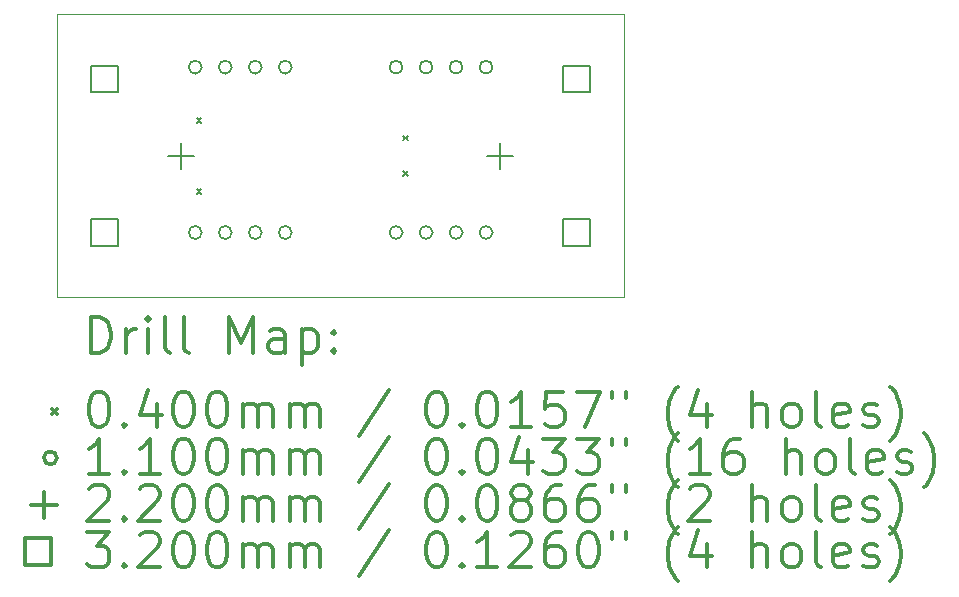
<source format=gbr>
%FSLAX45Y45*%
G04 Gerber Fmt 4.5, Leading zero omitted, Abs format (unit mm)*
G04 Created by KiCad (PCBNEW (5.1.12)-1) date 2022-09-24 14:43:44*
%MOMM*%
%LPD*%
G01*
G04 APERTURE LIST*
%TA.AperFunction,Profile*%
%ADD10C,0.050000*%
%TD*%
%ADD11C,0.200000*%
%ADD12C,0.300000*%
G04 APERTURE END LIST*
D10*
X16450000Y-6950000D02*
X11650000Y-6950000D01*
X16450000Y-9350000D02*
X16450000Y-6950000D01*
X11650000Y-9350000D02*
X16450000Y-9350000D01*
X11650000Y-6950000D02*
X11650000Y-9350000D01*
D11*
X12830000Y-7830000D02*
X12870000Y-7870000D01*
X12870000Y-7830000D02*
X12830000Y-7870000D01*
X12830000Y-8430000D02*
X12870000Y-8470000D01*
X12870000Y-8430000D02*
X12830000Y-8470000D01*
X14580000Y-7980000D02*
X14620000Y-8020000D01*
X14620000Y-7980000D02*
X14580000Y-8020000D01*
X14580000Y-8280000D02*
X14620000Y-8320000D01*
X14620000Y-8280000D02*
X14580000Y-8320000D01*
X12874000Y-7400000D02*
G75*
G03*
X12874000Y-7400000I-55000J0D01*
G01*
X12874000Y-8800000D02*
G75*
G03*
X12874000Y-8800000I-55000J0D01*
G01*
X13128000Y-7400000D02*
G75*
G03*
X13128000Y-7400000I-55000J0D01*
G01*
X13128000Y-8800000D02*
G75*
G03*
X13128000Y-8800000I-55000J0D01*
G01*
X13382000Y-7400000D02*
G75*
G03*
X13382000Y-7400000I-55000J0D01*
G01*
X13382000Y-8800000D02*
G75*
G03*
X13382000Y-8800000I-55000J0D01*
G01*
X13636000Y-7400000D02*
G75*
G03*
X13636000Y-7400000I-55000J0D01*
G01*
X13636000Y-8800000D02*
G75*
G03*
X13636000Y-8800000I-55000J0D01*
G01*
X14574000Y-7400000D02*
G75*
G03*
X14574000Y-7400000I-55000J0D01*
G01*
X14574000Y-8800000D02*
G75*
G03*
X14574000Y-8800000I-55000J0D01*
G01*
X14828000Y-7400000D02*
G75*
G03*
X14828000Y-7400000I-55000J0D01*
G01*
X14828000Y-8800000D02*
G75*
G03*
X14828000Y-8800000I-55000J0D01*
G01*
X15082000Y-7400000D02*
G75*
G03*
X15082000Y-7400000I-55000J0D01*
G01*
X15082000Y-8800000D02*
G75*
G03*
X15082000Y-8800000I-55000J0D01*
G01*
X15336000Y-7400000D02*
G75*
G03*
X15336000Y-7400000I-55000J0D01*
G01*
X15336000Y-8800000D02*
G75*
G03*
X15336000Y-8800000I-55000J0D01*
G01*
X12700000Y-8040000D02*
X12700000Y-8260000D01*
X12590000Y-8150000D02*
X12810000Y-8150000D01*
X15400000Y-8040000D02*
X15400000Y-8260000D01*
X15290000Y-8150000D02*
X15510000Y-8150000D01*
X12163138Y-7613138D02*
X12163138Y-7386862D01*
X11936862Y-7386862D01*
X11936862Y-7613138D01*
X12163138Y-7613138D01*
X12163138Y-8913138D02*
X12163138Y-8686862D01*
X11936862Y-8686862D01*
X11936862Y-8913138D01*
X12163138Y-8913138D01*
X16163138Y-7613138D02*
X16163138Y-7386862D01*
X15936862Y-7386862D01*
X15936862Y-7613138D01*
X16163138Y-7613138D01*
X16163138Y-8913138D02*
X16163138Y-8686862D01*
X15936862Y-8686862D01*
X15936862Y-8913138D01*
X16163138Y-8913138D01*
D12*
X11933928Y-9818214D02*
X11933928Y-9518214D01*
X12005357Y-9518214D01*
X12048214Y-9532500D01*
X12076786Y-9561072D01*
X12091071Y-9589643D01*
X12105357Y-9646786D01*
X12105357Y-9689643D01*
X12091071Y-9746786D01*
X12076786Y-9775357D01*
X12048214Y-9803929D01*
X12005357Y-9818214D01*
X11933928Y-9818214D01*
X12233928Y-9818214D02*
X12233928Y-9618214D01*
X12233928Y-9675357D02*
X12248214Y-9646786D01*
X12262500Y-9632500D01*
X12291071Y-9618214D01*
X12319643Y-9618214D01*
X12419643Y-9818214D02*
X12419643Y-9618214D01*
X12419643Y-9518214D02*
X12405357Y-9532500D01*
X12419643Y-9546786D01*
X12433928Y-9532500D01*
X12419643Y-9518214D01*
X12419643Y-9546786D01*
X12605357Y-9818214D02*
X12576786Y-9803929D01*
X12562500Y-9775357D01*
X12562500Y-9518214D01*
X12762500Y-9818214D02*
X12733928Y-9803929D01*
X12719643Y-9775357D01*
X12719643Y-9518214D01*
X13105357Y-9818214D02*
X13105357Y-9518214D01*
X13205357Y-9732500D01*
X13305357Y-9518214D01*
X13305357Y-9818214D01*
X13576786Y-9818214D02*
X13576786Y-9661072D01*
X13562500Y-9632500D01*
X13533928Y-9618214D01*
X13476786Y-9618214D01*
X13448214Y-9632500D01*
X13576786Y-9803929D02*
X13548214Y-9818214D01*
X13476786Y-9818214D01*
X13448214Y-9803929D01*
X13433928Y-9775357D01*
X13433928Y-9746786D01*
X13448214Y-9718214D01*
X13476786Y-9703929D01*
X13548214Y-9703929D01*
X13576786Y-9689643D01*
X13719643Y-9618214D02*
X13719643Y-9918214D01*
X13719643Y-9632500D02*
X13748214Y-9618214D01*
X13805357Y-9618214D01*
X13833928Y-9632500D01*
X13848214Y-9646786D01*
X13862500Y-9675357D01*
X13862500Y-9761072D01*
X13848214Y-9789643D01*
X13833928Y-9803929D01*
X13805357Y-9818214D01*
X13748214Y-9818214D01*
X13719643Y-9803929D01*
X13991071Y-9789643D02*
X14005357Y-9803929D01*
X13991071Y-9818214D01*
X13976786Y-9803929D01*
X13991071Y-9789643D01*
X13991071Y-9818214D01*
X13991071Y-9632500D02*
X14005357Y-9646786D01*
X13991071Y-9661072D01*
X13976786Y-9646786D01*
X13991071Y-9632500D01*
X13991071Y-9661072D01*
X11607500Y-10292500D02*
X11647500Y-10332500D01*
X11647500Y-10292500D02*
X11607500Y-10332500D01*
X11991071Y-10148214D02*
X12019643Y-10148214D01*
X12048214Y-10162500D01*
X12062500Y-10176786D01*
X12076786Y-10205357D01*
X12091071Y-10262500D01*
X12091071Y-10333929D01*
X12076786Y-10391072D01*
X12062500Y-10419643D01*
X12048214Y-10433929D01*
X12019643Y-10448214D01*
X11991071Y-10448214D01*
X11962500Y-10433929D01*
X11948214Y-10419643D01*
X11933928Y-10391072D01*
X11919643Y-10333929D01*
X11919643Y-10262500D01*
X11933928Y-10205357D01*
X11948214Y-10176786D01*
X11962500Y-10162500D01*
X11991071Y-10148214D01*
X12219643Y-10419643D02*
X12233928Y-10433929D01*
X12219643Y-10448214D01*
X12205357Y-10433929D01*
X12219643Y-10419643D01*
X12219643Y-10448214D01*
X12491071Y-10248214D02*
X12491071Y-10448214D01*
X12419643Y-10133929D02*
X12348214Y-10348214D01*
X12533928Y-10348214D01*
X12705357Y-10148214D02*
X12733928Y-10148214D01*
X12762500Y-10162500D01*
X12776786Y-10176786D01*
X12791071Y-10205357D01*
X12805357Y-10262500D01*
X12805357Y-10333929D01*
X12791071Y-10391072D01*
X12776786Y-10419643D01*
X12762500Y-10433929D01*
X12733928Y-10448214D01*
X12705357Y-10448214D01*
X12676786Y-10433929D01*
X12662500Y-10419643D01*
X12648214Y-10391072D01*
X12633928Y-10333929D01*
X12633928Y-10262500D01*
X12648214Y-10205357D01*
X12662500Y-10176786D01*
X12676786Y-10162500D01*
X12705357Y-10148214D01*
X12991071Y-10148214D02*
X13019643Y-10148214D01*
X13048214Y-10162500D01*
X13062500Y-10176786D01*
X13076786Y-10205357D01*
X13091071Y-10262500D01*
X13091071Y-10333929D01*
X13076786Y-10391072D01*
X13062500Y-10419643D01*
X13048214Y-10433929D01*
X13019643Y-10448214D01*
X12991071Y-10448214D01*
X12962500Y-10433929D01*
X12948214Y-10419643D01*
X12933928Y-10391072D01*
X12919643Y-10333929D01*
X12919643Y-10262500D01*
X12933928Y-10205357D01*
X12948214Y-10176786D01*
X12962500Y-10162500D01*
X12991071Y-10148214D01*
X13219643Y-10448214D02*
X13219643Y-10248214D01*
X13219643Y-10276786D02*
X13233928Y-10262500D01*
X13262500Y-10248214D01*
X13305357Y-10248214D01*
X13333928Y-10262500D01*
X13348214Y-10291072D01*
X13348214Y-10448214D01*
X13348214Y-10291072D02*
X13362500Y-10262500D01*
X13391071Y-10248214D01*
X13433928Y-10248214D01*
X13462500Y-10262500D01*
X13476786Y-10291072D01*
X13476786Y-10448214D01*
X13619643Y-10448214D02*
X13619643Y-10248214D01*
X13619643Y-10276786D02*
X13633928Y-10262500D01*
X13662500Y-10248214D01*
X13705357Y-10248214D01*
X13733928Y-10262500D01*
X13748214Y-10291072D01*
X13748214Y-10448214D01*
X13748214Y-10291072D02*
X13762500Y-10262500D01*
X13791071Y-10248214D01*
X13833928Y-10248214D01*
X13862500Y-10262500D01*
X13876786Y-10291072D01*
X13876786Y-10448214D01*
X14462500Y-10133929D02*
X14205357Y-10519643D01*
X14848214Y-10148214D02*
X14876786Y-10148214D01*
X14905357Y-10162500D01*
X14919643Y-10176786D01*
X14933928Y-10205357D01*
X14948214Y-10262500D01*
X14948214Y-10333929D01*
X14933928Y-10391072D01*
X14919643Y-10419643D01*
X14905357Y-10433929D01*
X14876786Y-10448214D01*
X14848214Y-10448214D01*
X14819643Y-10433929D01*
X14805357Y-10419643D01*
X14791071Y-10391072D01*
X14776786Y-10333929D01*
X14776786Y-10262500D01*
X14791071Y-10205357D01*
X14805357Y-10176786D01*
X14819643Y-10162500D01*
X14848214Y-10148214D01*
X15076786Y-10419643D02*
X15091071Y-10433929D01*
X15076786Y-10448214D01*
X15062500Y-10433929D01*
X15076786Y-10419643D01*
X15076786Y-10448214D01*
X15276786Y-10148214D02*
X15305357Y-10148214D01*
X15333928Y-10162500D01*
X15348214Y-10176786D01*
X15362500Y-10205357D01*
X15376786Y-10262500D01*
X15376786Y-10333929D01*
X15362500Y-10391072D01*
X15348214Y-10419643D01*
X15333928Y-10433929D01*
X15305357Y-10448214D01*
X15276786Y-10448214D01*
X15248214Y-10433929D01*
X15233928Y-10419643D01*
X15219643Y-10391072D01*
X15205357Y-10333929D01*
X15205357Y-10262500D01*
X15219643Y-10205357D01*
X15233928Y-10176786D01*
X15248214Y-10162500D01*
X15276786Y-10148214D01*
X15662500Y-10448214D02*
X15491071Y-10448214D01*
X15576786Y-10448214D02*
X15576786Y-10148214D01*
X15548214Y-10191072D01*
X15519643Y-10219643D01*
X15491071Y-10233929D01*
X15933928Y-10148214D02*
X15791071Y-10148214D01*
X15776786Y-10291072D01*
X15791071Y-10276786D01*
X15819643Y-10262500D01*
X15891071Y-10262500D01*
X15919643Y-10276786D01*
X15933928Y-10291072D01*
X15948214Y-10319643D01*
X15948214Y-10391072D01*
X15933928Y-10419643D01*
X15919643Y-10433929D01*
X15891071Y-10448214D01*
X15819643Y-10448214D01*
X15791071Y-10433929D01*
X15776786Y-10419643D01*
X16048214Y-10148214D02*
X16248214Y-10148214D01*
X16119643Y-10448214D01*
X16348214Y-10148214D02*
X16348214Y-10205357D01*
X16462500Y-10148214D02*
X16462500Y-10205357D01*
X16905357Y-10562500D02*
X16891071Y-10548214D01*
X16862500Y-10505357D01*
X16848214Y-10476786D01*
X16833928Y-10433929D01*
X16819643Y-10362500D01*
X16819643Y-10305357D01*
X16833928Y-10233929D01*
X16848214Y-10191072D01*
X16862500Y-10162500D01*
X16891071Y-10119643D01*
X16905357Y-10105357D01*
X17148214Y-10248214D02*
X17148214Y-10448214D01*
X17076786Y-10133929D02*
X17005357Y-10348214D01*
X17191071Y-10348214D01*
X17533928Y-10448214D02*
X17533928Y-10148214D01*
X17662500Y-10448214D02*
X17662500Y-10291072D01*
X17648214Y-10262500D01*
X17619643Y-10248214D01*
X17576786Y-10248214D01*
X17548214Y-10262500D01*
X17533928Y-10276786D01*
X17848214Y-10448214D02*
X17819643Y-10433929D01*
X17805357Y-10419643D01*
X17791071Y-10391072D01*
X17791071Y-10305357D01*
X17805357Y-10276786D01*
X17819643Y-10262500D01*
X17848214Y-10248214D01*
X17891071Y-10248214D01*
X17919643Y-10262500D01*
X17933928Y-10276786D01*
X17948214Y-10305357D01*
X17948214Y-10391072D01*
X17933928Y-10419643D01*
X17919643Y-10433929D01*
X17891071Y-10448214D01*
X17848214Y-10448214D01*
X18119643Y-10448214D02*
X18091071Y-10433929D01*
X18076786Y-10405357D01*
X18076786Y-10148214D01*
X18348214Y-10433929D02*
X18319643Y-10448214D01*
X18262500Y-10448214D01*
X18233928Y-10433929D01*
X18219643Y-10405357D01*
X18219643Y-10291072D01*
X18233928Y-10262500D01*
X18262500Y-10248214D01*
X18319643Y-10248214D01*
X18348214Y-10262500D01*
X18362500Y-10291072D01*
X18362500Y-10319643D01*
X18219643Y-10348214D01*
X18476786Y-10433929D02*
X18505357Y-10448214D01*
X18562500Y-10448214D01*
X18591071Y-10433929D01*
X18605357Y-10405357D01*
X18605357Y-10391072D01*
X18591071Y-10362500D01*
X18562500Y-10348214D01*
X18519643Y-10348214D01*
X18491071Y-10333929D01*
X18476786Y-10305357D01*
X18476786Y-10291072D01*
X18491071Y-10262500D01*
X18519643Y-10248214D01*
X18562500Y-10248214D01*
X18591071Y-10262500D01*
X18705357Y-10562500D02*
X18719643Y-10548214D01*
X18748214Y-10505357D01*
X18762500Y-10476786D01*
X18776786Y-10433929D01*
X18791071Y-10362500D01*
X18791071Y-10305357D01*
X18776786Y-10233929D01*
X18762500Y-10191072D01*
X18748214Y-10162500D01*
X18719643Y-10119643D01*
X18705357Y-10105357D01*
X11647500Y-10708500D02*
G75*
G03*
X11647500Y-10708500I-55000J0D01*
G01*
X12091071Y-10844214D02*
X11919643Y-10844214D01*
X12005357Y-10844214D02*
X12005357Y-10544214D01*
X11976786Y-10587072D01*
X11948214Y-10615643D01*
X11919643Y-10629929D01*
X12219643Y-10815643D02*
X12233928Y-10829929D01*
X12219643Y-10844214D01*
X12205357Y-10829929D01*
X12219643Y-10815643D01*
X12219643Y-10844214D01*
X12519643Y-10844214D02*
X12348214Y-10844214D01*
X12433928Y-10844214D02*
X12433928Y-10544214D01*
X12405357Y-10587072D01*
X12376786Y-10615643D01*
X12348214Y-10629929D01*
X12705357Y-10544214D02*
X12733928Y-10544214D01*
X12762500Y-10558500D01*
X12776786Y-10572786D01*
X12791071Y-10601357D01*
X12805357Y-10658500D01*
X12805357Y-10729929D01*
X12791071Y-10787072D01*
X12776786Y-10815643D01*
X12762500Y-10829929D01*
X12733928Y-10844214D01*
X12705357Y-10844214D01*
X12676786Y-10829929D01*
X12662500Y-10815643D01*
X12648214Y-10787072D01*
X12633928Y-10729929D01*
X12633928Y-10658500D01*
X12648214Y-10601357D01*
X12662500Y-10572786D01*
X12676786Y-10558500D01*
X12705357Y-10544214D01*
X12991071Y-10544214D02*
X13019643Y-10544214D01*
X13048214Y-10558500D01*
X13062500Y-10572786D01*
X13076786Y-10601357D01*
X13091071Y-10658500D01*
X13091071Y-10729929D01*
X13076786Y-10787072D01*
X13062500Y-10815643D01*
X13048214Y-10829929D01*
X13019643Y-10844214D01*
X12991071Y-10844214D01*
X12962500Y-10829929D01*
X12948214Y-10815643D01*
X12933928Y-10787072D01*
X12919643Y-10729929D01*
X12919643Y-10658500D01*
X12933928Y-10601357D01*
X12948214Y-10572786D01*
X12962500Y-10558500D01*
X12991071Y-10544214D01*
X13219643Y-10844214D02*
X13219643Y-10644214D01*
X13219643Y-10672786D02*
X13233928Y-10658500D01*
X13262500Y-10644214D01*
X13305357Y-10644214D01*
X13333928Y-10658500D01*
X13348214Y-10687072D01*
X13348214Y-10844214D01*
X13348214Y-10687072D02*
X13362500Y-10658500D01*
X13391071Y-10644214D01*
X13433928Y-10644214D01*
X13462500Y-10658500D01*
X13476786Y-10687072D01*
X13476786Y-10844214D01*
X13619643Y-10844214D02*
X13619643Y-10644214D01*
X13619643Y-10672786D02*
X13633928Y-10658500D01*
X13662500Y-10644214D01*
X13705357Y-10644214D01*
X13733928Y-10658500D01*
X13748214Y-10687072D01*
X13748214Y-10844214D01*
X13748214Y-10687072D02*
X13762500Y-10658500D01*
X13791071Y-10644214D01*
X13833928Y-10644214D01*
X13862500Y-10658500D01*
X13876786Y-10687072D01*
X13876786Y-10844214D01*
X14462500Y-10529929D02*
X14205357Y-10915643D01*
X14848214Y-10544214D02*
X14876786Y-10544214D01*
X14905357Y-10558500D01*
X14919643Y-10572786D01*
X14933928Y-10601357D01*
X14948214Y-10658500D01*
X14948214Y-10729929D01*
X14933928Y-10787072D01*
X14919643Y-10815643D01*
X14905357Y-10829929D01*
X14876786Y-10844214D01*
X14848214Y-10844214D01*
X14819643Y-10829929D01*
X14805357Y-10815643D01*
X14791071Y-10787072D01*
X14776786Y-10729929D01*
X14776786Y-10658500D01*
X14791071Y-10601357D01*
X14805357Y-10572786D01*
X14819643Y-10558500D01*
X14848214Y-10544214D01*
X15076786Y-10815643D02*
X15091071Y-10829929D01*
X15076786Y-10844214D01*
X15062500Y-10829929D01*
X15076786Y-10815643D01*
X15076786Y-10844214D01*
X15276786Y-10544214D02*
X15305357Y-10544214D01*
X15333928Y-10558500D01*
X15348214Y-10572786D01*
X15362500Y-10601357D01*
X15376786Y-10658500D01*
X15376786Y-10729929D01*
X15362500Y-10787072D01*
X15348214Y-10815643D01*
X15333928Y-10829929D01*
X15305357Y-10844214D01*
X15276786Y-10844214D01*
X15248214Y-10829929D01*
X15233928Y-10815643D01*
X15219643Y-10787072D01*
X15205357Y-10729929D01*
X15205357Y-10658500D01*
X15219643Y-10601357D01*
X15233928Y-10572786D01*
X15248214Y-10558500D01*
X15276786Y-10544214D01*
X15633928Y-10644214D02*
X15633928Y-10844214D01*
X15562500Y-10529929D02*
X15491071Y-10744214D01*
X15676786Y-10744214D01*
X15762500Y-10544214D02*
X15948214Y-10544214D01*
X15848214Y-10658500D01*
X15891071Y-10658500D01*
X15919643Y-10672786D01*
X15933928Y-10687072D01*
X15948214Y-10715643D01*
X15948214Y-10787072D01*
X15933928Y-10815643D01*
X15919643Y-10829929D01*
X15891071Y-10844214D01*
X15805357Y-10844214D01*
X15776786Y-10829929D01*
X15762500Y-10815643D01*
X16048214Y-10544214D02*
X16233928Y-10544214D01*
X16133928Y-10658500D01*
X16176786Y-10658500D01*
X16205357Y-10672786D01*
X16219643Y-10687072D01*
X16233928Y-10715643D01*
X16233928Y-10787072D01*
X16219643Y-10815643D01*
X16205357Y-10829929D01*
X16176786Y-10844214D01*
X16091071Y-10844214D01*
X16062500Y-10829929D01*
X16048214Y-10815643D01*
X16348214Y-10544214D02*
X16348214Y-10601357D01*
X16462500Y-10544214D02*
X16462500Y-10601357D01*
X16905357Y-10958500D02*
X16891071Y-10944214D01*
X16862500Y-10901357D01*
X16848214Y-10872786D01*
X16833928Y-10829929D01*
X16819643Y-10758500D01*
X16819643Y-10701357D01*
X16833928Y-10629929D01*
X16848214Y-10587072D01*
X16862500Y-10558500D01*
X16891071Y-10515643D01*
X16905357Y-10501357D01*
X17176786Y-10844214D02*
X17005357Y-10844214D01*
X17091071Y-10844214D02*
X17091071Y-10544214D01*
X17062500Y-10587072D01*
X17033928Y-10615643D01*
X17005357Y-10629929D01*
X17433928Y-10544214D02*
X17376786Y-10544214D01*
X17348214Y-10558500D01*
X17333928Y-10572786D01*
X17305357Y-10615643D01*
X17291071Y-10672786D01*
X17291071Y-10787072D01*
X17305357Y-10815643D01*
X17319643Y-10829929D01*
X17348214Y-10844214D01*
X17405357Y-10844214D01*
X17433928Y-10829929D01*
X17448214Y-10815643D01*
X17462500Y-10787072D01*
X17462500Y-10715643D01*
X17448214Y-10687072D01*
X17433928Y-10672786D01*
X17405357Y-10658500D01*
X17348214Y-10658500D01*
X17319643Y-10672786D01*
X17305357Y-10687072D01*
X17291071Y-10715643D01*
X17819643Y-10844214D02*
X17819643Y-10544214D01*
X17948214Y-10844214D02*
X17948214Y-10687072D01*
X17933928Y-10658500D01*
X17905357Y-10644214D01*
X17862500Y-10644214D01*
X17833928Y-10658500D01*
X17819643Y-10672786D01*
X18133928Y-10844214D02*
X18105357Y-10829929D01*
X18091071Y-10815643D01*
X18076786Y-10787072D01*
X18076786Y-10701357D01*
X18091071Y-10672786D01*
X18105357Y-10658500D01*
X18133928Y-10644214D01*
X18176786Y-10644214D01*
X18205357Y-10658500D01*
X18219643Y-10672786D01*
X18233928Y-10701357D01*
X18233928Y-10787072D01*
X18219643Y-10815643D01*
X18205357Y-10829929D01*
X18176786Y-10844214D01*
X18133928Y-10844214D01*
X18405357Y-10844214D02*
X18376786Y-10829929D01*
X18362500Y-10801357D01*
X18362500Y-10544214D01*
X18633928Y-10829929D02*
X18605357Y-10844214D01*
X18548214Y-10844214D01*
X18519643Y-10829929D01*
X18505357Y-10801357D01*
X18505357Y-10687072D01*
X18519643Y-10658500D01*
X18548214Y-10644214D01*
X18605357Y-10644214D01*
X18633928Y-10658500D01*
X18648214Y-10687072D01*
X18648214Y-10715643D01*
X18505357Y-10744214D01*
X18762500Y-10829929D02*
X18791071Y-10844214D01*
X18848214Y-10844214D01*
X18876786Y-10829929D01*
X18891071Y-10801357D01*
X18891071Y-10787072D01*
X18876786Y-10758500D01*
X18848214Y-10744214D01*
X18805357Y-10744214D01*
X18776786Y-10729929D01*
X18762500Y-10701357D01*
X18762500Y-10687072D01*
X18776786Y-10658500D01*
X18805357Y-10644214D01*
X18848214Y-10644214D01*
X18876786Y-10658500D01*
X18991071Y-10958500D02*
X19005357Y-10944214D01*
X19033928Y-10901357D01*
X19048214Y-10872786D01*
X19062500Y-10829929D01*
X19076786Y-10758500D01*
X19076786Y-10701357D01*
X19062500Y-10629929D01*
X19048214Y-10587072D01*
X19033928Y-10558500D01*
X19005357Y-10515643D01*
X18991071Y-10501357D01*
X11537500Y-10994500D02*
X11537500Y-11214500D01*
X11427500Y-11104500D02*
X11647500Y-11104500D01*
X11919643Y-10968786D02*
X11933928Y-10954500D01*
X11962500Y-10940214D01*
X12033928Y-10940214D01*
X12062500Y-10954500D01*
X12076786Y-10968786D01*
X12091071Y-10997357D01*
X12091071Y-11025929D01*
X12076786Y-11068786D01*
X11905357Y-11240214D01*
X12091071Y-11240214D01*
X12219643Y-11211643D02*
X12233928Y-11225929D01*
X12219643Y-11240214D01*
X12205357Y-11225929D01*
X12219643Y-11211643D01*
X12219643Y-11240214D01*
X12348214Y-10968786D02*
X12362500Y-10954500D01*
X12391071Y-10940214D01*
X12462500Y-10940214D01*
X12491071Y-10954500D01*
X12505357Y-10968786D01*
X12519643Y-10997357D01*
X12519643Y-11025929D01*
X12505357Y-11068786D01*
X12333928Y-11240214D01*
X12519643Y-11240214D01*
X12705357Y-10940214D02*
X12733928Y-10940214D01*
X12762500Y-10954500D01*
X12776786Y-10968786D01*
X12791071Y-10997357D01*
X12805357Y-11054500D01*
X12805357Y-11125929D01*
X12791071Y-11183072D01*
X12776786Y-11211643D01*
X12762500Y-11225929D01*
X12733928Y-11240214D01*
X12705357Y-11240214D01*
X12676786Y-11225929D01*
X12662500Y-11211643D01*
X12648214Y-11183072D01*
X12633928Y-11125929D01*
X12633928Y-11054500D01*
X12648214Y-10997357D01*
X12662500Y-10968786D01*
X12676786Y-10954500D01*
X12705357Y-10940214D01*
X12991071Y-10940214D02*
X13019643Y-10940214D01*
X13048214Y-10954500D01*
X13062500Y-10968786D01*
X13076786Y-10997357D01*
X13091071Y-11054500D01*
X13091071Y-11125929D01*
X13076786Y-11183072D01*
X13062500Y-11211643D01*
X13048214Y-11225929D01*
X13019643Y-11240214D01*
X12991071Y-11240214D01*
X12962500Y-11225929D01*
X12948214Y-11211643D01*
X12933928Y-11183072D01*
X12919643Y-11125929D01*
X12919643Y-11054500D01*
X12933928Y-10997357D01*
X12948214Y-10968786D01*
X12962500Y-10954500D01*
X12991071Y-10940214D01*
X13219643Y-11240214D02*
X13219643Y-11040214D01*
X13219643Y-11068786D02*
X13233928Y-11054500D01*
X13262500Y-11040214D01*
X13305357Y-11040214D01*
X13333928Y-11054500D01*
X13348214Y-11083072D01*
X13348214Y-11240214D01*
X13348214Y-11083072D02*
X13362500Y-11054500D01*
X13391071Y-11040214D01*
X13433928Y-11040214D01*
X13462500Y-11054500D01*
X13476786Y-11083072D01*
X13476786Y-11240214D01*
X13619643Y-11240214D02*
X13619643Y-11040214D01*
X13619643Y-11068786D02*
X13633928Y-11054500D01*
X13662500Y-11040214D01*
X13705357Y-11040214D01*
X13733928Y-11054500D01*
X13748214Y-11083072D01*
X13748214Y-11240214D01*
X13748214Y-11083072D02*
X13762500Y-11054500D01*
X13791071Y-11040214D01*
X13833928Y-11040214D01*
X13862500Y-11054500D01*
X13876786Y-11083072D01*
X13876786Y-11240214D01*
X14462500Y-10925929D02*
X14205357Y-11311643D01*
X14848214Y-10940214D02*
X14876786Y-10940214D01*
X14905357Y-10954500D01*
X14919643Y-10968786D01*
X14933928Y-10997357D01*
X14948214Y-11054500D01*
X14948214Y-11125929D01*
X14933928Y-11183072D01*
X14919643Y-11211643D01*
X14905357Y-11225929D01*
X14876786Y-11240214D01*
X14848214Y-11240214D01*
X14819643Y-11225929D01*
X14805357Y-11211643D01*
X14791071Y-11183072D01*
X14776786Y-11125929D01*
X14776786Y-11054500D01*
X14791071Y-10997357D01*
X14805357Y-10968786D01*
X14819643Y-10954500D01*
X14848214Y-10940214D01*
X15076786Y-11211643D02*
X15091071Y-11225929D01*
X15076786Y-11240214D01*
X15062500Y-11225929D01*
X15076786Y-11211643D01*
X15076786Y-11240214D01*
X15276786Y-10940214D02*
X15305357Y-10940214D01*
X15333928Y-10954500D01*
X15348214Y-10968786D01*
X15362500Y-10997357D01*
X15376786Y-11054500D01*
X15376786Y-11125929D01*
X15362500Y-11183072D01*
X15348214Y-11211643D01*
X15333928Y-11225929D01*
X15305357Y-11240214D01*
X15276786Y-11240214D01*
X15248214Y-11225929D01*
X15233928Y-11211643D01*
X15219643Y-11183072D01*
X15205357Y-11125929D01*
X15205357Y-11054500D01*
X15219643Y-10997357D01*
X15233928Y-10968786D01*
X15248214Y-10954500D01*
X15276786Y-10940214D01*
X15548214Y-11068786D02*
X15519643Y-11054500D01*
X15505357Y-11040214D01*
X15491071Y-11011643D01*
X15491071Y-10997357D01*
X15505357Y-10968786D01*
X15519643Y-10954500D01*
X15548214Y-10940214D01*
X15605357Y-10940214D01*
X15633928Y-10954500D01*
X15648214Y-10968786D01*
X15662500Y-10997357D01*
X15662500Y-11011643D01*
X15648214Y-11040214D01*
X15633928Y-11054500D01*
X15605357Y-11068786D01*
X15548214Y-11068786D01*
X15519643Y-11083072D01*
X15505357Y-11097357D01*
X15491071Y-11125929D01*
X15491071Y-11183072D01*
X15505357Y-11211643D01*
X15519643Y-11225929D01*
X15548214Y-11240214D01*
X15605357Y-11240214D01*
X15633928Y-11225929D01*
X15648214Y-11211643D01*
X15662500Y-11183072D01*
X15662500Y-11125929D01*
X15648214Y-11097357D01*
X15633928Y-11083072D01*
X15605357Y-11068786D01*
X15919643Y-10940214D02*
X15862500Y-10940214D01*
X15833928Y-10954500D01*
X15819643Y-10968786D01*
X15791071Y-11011643D01*
X15776786Y-11068786D01*
X15776786Y-11183072D01*
X15791071Y-11211643D01*
X15805357Y-11225929D01*
X15833928Y-11240214D01*
X15891071Y-11240214D01*
X15919643Y-11225929D01*
X15933928Y-11211643D01*
X15948214Y-11183072D01*
X15948214Y-11111643D01*
X15933928Y-11083072D01*
X15919643Y-11068786D01*
X15891071Y-11054500D01*
X15833928Y-11054500D01*
X15805357Y-11068786D01*
X15791071Y-11083072D01*
X15776786Y-11111643D01*
X16205357Y-10940214D02*
X16148214Y-10940214D01*
X16119643Y-10954500D01*
X16105357Y-10968786D01*
X16076786Y-11011643D01*
X16062500Y-11068786D01*
X16062500Y-11183072D01*
X16076786Y-11211643D01*
X16091071Y-11225929D01*
X16119643Y-11240214D01*
X16176786Y-11240214D01*
X16205357Y-11225929D01*
X16219643Y-11211643D01*
X16233928Y-11183072D01*
X16233928Y-11111643D01*
X16219643Y-11083072D01*
X16205357Y-11068786D01*
X16176786Y-11054500D01*
X16119643Y-11054500D01*
X16091071Y-11068786D01*
X16076786Y-11083072D01*
X16062500Y-11111643D01*
X16348214Y-10940214D02*
X16348214Y-10997357D01*
X16462500Y-10940214D02*
X16462500Y-10997357D01*
X16905357Y-11354500D02*
X16891071Y-11340214D01*
X16862500Y-11297357D01*
X16848214Y-11268786D01*
X16833928Y-11225929D01*
X16819643Y-11154500D01*
X16819643Y-11097357D01*
X16833928Y-11025929D01*
X16848214Y-10983072D01*
X16862500Y-10954500D01*
X16891071Y-10911643D01*
X16905357Y-10897357D01*
X17005357Y-10968786D02*
X17019643Y-10954500D01*
X17048214Y-10940214D01*
X17119643Y-10940214D01*
X17148214Y-10954500D01*
X17162500Y-10968786D01*
X17176786Y-10997357D01*
X17176786Y-11025929D01*
X17162500Y-11068786D01*
X16991071Y-11240214D01*
X17176786Y-11240214D01*
X17533928Y-11240214D02*
X17533928Y-10940214D01*
X17662500Y-11240214D02*
X17662500Y-11083072D01*
X17648214Y-11054500D01*
X17619643Y-11040214D01*
X17576786Y-11040214D01*
X17548214Y-11054500D01*
X17533928Y-11068786D01*
X17848214Y-11240214D02*
X17819643Y-11225929D01*
X17805357Y-11211643D01*
X17791071Y-11183072D01*
X17791071Y-11097357D01*
X17805357Y-11068786D01*
X17819643Y-11054500D01*
X17848214Y-11040214D01*
X17891071Y-11040214D01*
X17919643Y-11054500D01*
X17933928Y-11068786D01*
X17948214Y-11097357D01*
X17948214Y-11183072D01*
X17933928Y-11211643D01*
X17919643Y-11225929D01*
X17891071Y-11240214D01*
X17848214Y-11240214D01*
X18119643Y-11240214D02*
X18091071Y-11225929D01*
X18076786Y-11197357D01*
X18076786Y-10940214D01*
X18348214Y-11225929D02*
X18319643Y-11240214D01*
X18262500Y-11240214D01*
X18233928Y-11225929D01*
X18219643Y-11197357D01*
X18219643Y-11083072D01*
X18233928Y-11054500D01*
X18262500Y-11040214D01*
X18319643Y-11040214D01*
X18348214Y-11054500D01*
X18362500Y-11083072D01*
X18362500Y-11111643D01*
X18219643Y-11140214D01*
X18476786Y-11225929D02*
X18505357Y-11240214D01*
X18562500Y-11240214D01*
X18591071Y-11225929D01*
X18605357Y-11197357D01*
X18605357Y-11183072D01*
X18591071Y-11154500D01*
X18562500Y-11140214D01*
X18519643Y-11140214D01*
X18491071Y-11125929D01*
X18476786Y-11097357D01*
X18476786Y-11083072D01*
X18491071Y-11054500D01*
X18519643Y-11040214D01*
X18562500Y-11040214D01*
X18591071Y-11054500D01*
X18705357Y-11354500D02*
X18719643Y-11340214D01*
X18748214Y-11297357D01*
X18762500Y-11268786D01*
X18776786Y-11225929D01*
X18791071Y-11154500D01*
X18791071Y-11097357D01*
X18776786Y-11025929D01*
X18762500Y-10983072D01*
X18748214Y-10954500D01*
X18719643Y-10911643D01*
X18705357Y-10897357D01*
X11600638Y-11613638D02*
X11600638Y-11387362D01*
X11374362Y-11387362D01*
X11374362Y-11613638D01*
X11600638Y-11613638D01*
X11905357Y-11336214D02*
X12091071Y-11336214D01*
X11991071Y-11450500D01*
X12033928Y-11450500D01*
X12062500Y-11464786D01*
X12076786Y-11479071D01*
X12091071Y-11507643D01*
X12091071Y-11579071D01*
X12076786Y-11607643D01*
X12062500Y-11621929D01*
X12033928Y-11636214D01*
X11948214Y-11636214D01*
X11919643Y-11621929D01*
X11905357Y-11607643D01*
X12219643Y-11607643D02*
X12233928Y-11621929D01*
X12219643Y-11636214D01*
X12205357Y-11621929D01*
X12219643Y-11607643D01*
X12219643Y-11636214D01*
X12348214Y-11364786D02*
X12362500Y-11350500D01*
X12391071Y-11336214D01*
X12462500Y-11336214D01*
X12491071Y-11350500D01*
X12505357Y-11364786D01*
X12519643Y-11393357D01*
X12519643Y-11421929D01*
X12505357Y-11464786D01*
X12333928Y-11636214D01*
X12519643Y-11636214D01*
X12705357Y-11336214D02*
X12733928Y-11336214D01*
X12762500Y-11350500D01*
X12776786Y-11364786D01*
X12791071Y-11393357D01*
X12805357Y-11450500D01*
X12805357Y-11521929D01*
X12791071Y-11579071D01*
X12776786Y-11607643D01*
X12762500Y-11621929D01*
X12733928Y-11636214D01*
X12705357Y-11636214D01*
X12676786Y-11621929D01*
X12662500Y-11607643D01*
X12648214Y-11579071D01*
X12633928Y-11521929D01*
X12633928Y-11450500D01*
X12648214Y-11393357D01*
X12662500Y-11364786D01*
X12676786Y-11350500D01*
X12705357Y-11336214D01*
X12991071Y-11336214D02*
X13019643Y-11336214D01*
X13048214Y-11350500D01*
X13062500Y-11364786D01*
X13076786Y-11393357D01*
X13091071Y-11450500D01*
X13091071Y-11521929D01*
X13076786Y-11579071D01*
X13062500Y-11607643D01*
X13048214Y-11621929D01*
X13019643Y-11636214D01*
X12991071Y-11636214D01*
X12962500Y-11621929D01*
X12948214Y-11607643D01*
X12933928Y-11579071D01*
X12919643Y-11521929D01*
X12919643Y-11450500D01*
X12933928Y-11393357D01*
X12948214Y-11364786D01*
X12962500Y-11350500D01*
X12991071Y-11336214D01*
X13219643Y-11636214D02*
X13219643Y-11436214D01*
X13219643Y-11464786D02*
X13233928Y-11450500D01*
X13262500Y-11436214D01*
X13305357Y-11436214D01*
X13333928Y-11450500D01*
X13348214Y-11479071D01*
X13348214Y-11636214D01*
X13348214Y-11479071D02*
X13362500Y-11450500D01*
X13391071Y-11436214D01*
X13433928Y-11436214D01*
X13462500Y-11450500D01*
X13476786Y-11479071D01*
X13476786Y-11636214D01*
X13619643Y-11636214D02*
X13619643Y-11436214D01*
X13619643Y-11464786D02*
X13633928Y-11450500D01*
X13662500Y-11436214D01*
X13705357Y-11436214D01*
X13733928Y-11450500D01*
X13748214Y-11479071D01*
X13748214Y-11636214D01*
X13748214Y-11479071D02*
X13762500Y-11450500D01*
X13791071Y-11436214D01*
X13833928Y-11436214D01*
X13862500Y-11450500D01*
X13876786Y-11479071D01*
X13876786Y-11636214D01*
X14462500Y-11321929D02*
X14205357Y-11707643D01*
X14848214Y-11336214D02*
X14876786Y-11336214D01*
X14905357Y-11350500D01*
X14919643Y-11364786D01*
X14933928Y-11393357D01*
X14948214Y-11450500D01*
X14948214Y-11521929D01*
X14933928Y-11579071D01*
X14919643Y-11607643D01*
X14905357Y-11621929D01*
X14876786Y-11636214D01*
X14848214Y-11636214D01*
X14819643Y-11621929D01*
X14805357Y-11607643D01*
X14791071Y-11579071D01*
X14776786Y-11521929D01*
X14776786Y-11450500D01*
X14791071Y-11393357D01*
X14805357Y-11364786D01*
X14819643Y-11350500D01*
X14848214Y-11336214D01*
X15076786Y-11607643D02*
X15091071Y-11621929D01*
X15076786Y-11636214D01*
X15062500Y-11621929D01*
X15076786Y-11607643D01*
X15076786Y-11636214D01*
X15376786Y-11636214D02*
X15205357Y-11636214D01*
X15291071Y-11636214D02*
X15291071Y-11336214D01*
X15262500Y-11379071D01*
X15233928Y-11407643D01*
X15205357Y-11421929D01*
X15491071Y-11364786D02*
X15505357Y-11350500D01*
X15533928Y-11336214D01*
X15605357Y-11336214D01*
X15633928Y-11350500D01*
X15648214Y-11364786D01*
X15662500Y-11393357D01*
X15662500Y-11421929D01*
X15648214Y-11464786D01*
X15476786Y-11636214D01*
X15662500Y-11636214D01*
X15919643Y-11336214D02*
X15862500Y-11336214D01*
X15833928Y-11350500D01*
X15819643Y-11364786D01*
X15791071Y-11407643D01*
X15776786Y-11464786D01*
X15776786Y-11579071D01*
X15791071Y-11607643D01*
X15805357Y-11621929D01*
X15833928Y-11636214D01*
X15891071Y-11636214D01*
X15919643Y-11621929D01*
X15933928Y-11607643D01*
X15948214Y-11579071D01*
X15948214Y-11507643D01*
X15933928Y-11479071D01*
X15919643Y-11464786D01*
X15891071Y-11450500D01*
X15833928Y-11450500D01*
X15805357Y-11464786D01*
X15791071Y-11479071D01*
X15776786Y-11507643D01*
X16133928Y-11336214D02*
X16162500Y-11336214D01*
X16191071Y-11350500D01*
X16205357Y-11364786D01*
X16219643Y-11393357D01*
X16233928Y-11450500D01*
X16233928Y-11521929D01*
X16219643Y-11579071D01*
X16205357Y-11607643D01*
X16191071Y-11621929D01*
X16162500Y-11636214D01*
X16133928Y-11636214D01*
X16105357Y-11621929D01*
X16091071Y-11607643D01*
X16076786Y-11579071D01*
X16062500Y-11521929D01*
X16062500Y-11450500D01*
X16076786Y-11393357D01*
X16091071Y-11364786D01*
X16105357Y-11350500D01*
X16133928Y-11336214D01*
X16348214Y-11336214D02*
X16348214Y-11393357D01*
X16462500Y-11336214D02*
X16462500Y-11393357D01*
X16905357Y-11750500D02*
X16891071Y-11736214D01*
X16862500Y-11693357D01*
X16848214Y-11664786D01*
X16833928Y-11621929D01*
X16819643Y-11550500D01*
X16819643Y-11493357D01*
X16833928Y-11421929D01*
X16848214Y-11379071D01*
X16862500Y-11350500D01*
X16891071Y-11307643D01*
X16905357Y-11293357D01*
X17148214Y-11436214D02*
X17148214Y-11636214D01*
X17076786Y-11321929D02*
X17005357Y-11536214D01*
X17191071Y-11536214D01*
X17533928Y-11636214D02*
X17533928Y-11336214D01*
X17662500Y-11636214D02*
X17662500Y-11479071D01*
X17648214Y-11450500D01*
X17619643Y-11436214D01*
X17576786Y-11436214D01*
X17548214Y-11450500D01*
X17533928Y-11464786D01*
X17848214Y-11636214D02*
X17819643Y-11621929D01*
X17805357Y-11607643D01*
X17791071Y-11579071D01*
X17791071Y-11493357D01*
X17805357Y-11464786D01*
X17819643Y-11450500D01*
X17848214Y-11436214D01*
X17891071Y-11436214D01*
X17919643Y-11450500D01*
X17933928Y-11464786D01*
X17948214Y-11493357D01*
X17948214Y-11579071D01*
X17933928Y-11607643D01*
X17919643Y-11621929D01*
X17891071Y-11636214D01*
X17848214Y-11636214D01*
X18119643Y-11636214D02*
X18091071Y-11621929D01*
X18076786Y-11593357D01*
X18076786Y-11336214D01*
X18348214Y-11621929D02*
X18319643Y-11636214D01*
X18262500Y-11636214D01*
X18233928Y-11621929D01*
X18219643Y-11593357D01*
X18219643Y-11479071D01*
X18233928Y-11450500D01*
X18262500Y-11436214D01*
X18319643Y-11436214D01*
X18348214Y-11450500D01*
X18362500Y-11479071D01*
X18362500Y-11507643D01*
X18219643Y-11536214D01*
X18476786Y-11621929D02*
X18505357Y-11636214D01*
X18562500Y-11636214D01*
X18591071Y-11621929D01*
X18605357Y-11593357D01*
X18605357Y-11579071D01*
X18591071Y-11550500D01*
X18562500Y-11536214D01*
X18519643Y-11536214D01*
X18491071Y-11521929D01*
X18476786Y-11493357D01*
X18476786Y-11479071D01*
X18491071Y-11450500D01*
X18519643Y-11436214D01*
X18562500Y-11436214D01*
X18591071Y-11450500D01*
X18705357Y-11750500D02*
X18719643Y-11736214D01*
X18748214Y-11693357D01*
X18762500Y-11664786D01*
X18776786Y-11621929D01*
X18791071Y-11550500D01*
X18791071Y-11493357D01*
X18776786Y-11421929D01*
X18762500Y-11379071D01*
X18748214Y-11350500D01*
X18719643Y-11307643D01*
X18705357Y-11293357D01*
M02*

</source>
